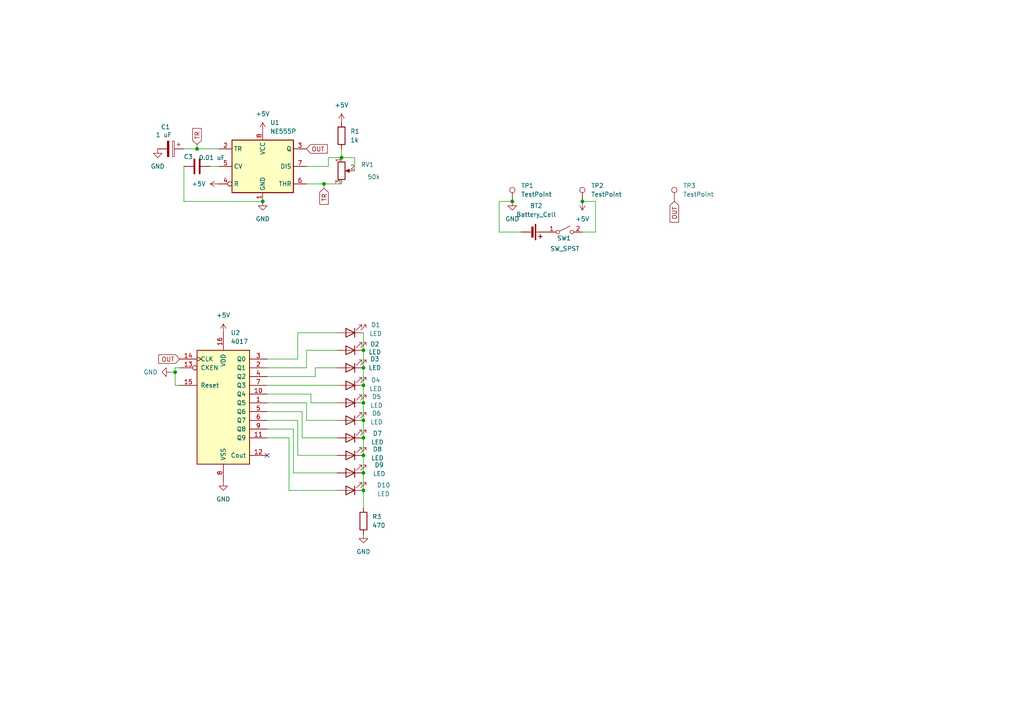
<source format=kicad_sch>
(kicad_sch (version 20250114) (generator "eeschema") (generator_version "9.0")
  (paper "A4")
  (lib_symbols
    (symbol "4xxx:4017" (pin_names (offset 1.016))
      (property "Reference" "U" (at -7.62 16.51 0))
      (property "Value" "4017" (at -7.62 -19.05 0))
      (symbol "4017_1_0"
        (pin input clock (at -12.7 12.7 0) (length 5.08) (name "CLK") (number "14"))
        (pin input inverted (at -12.7 10.16 0) (length 5.08) (name "CKEN") (number "13"))
        (pin input line (at -12.7 5.08 0) (length 5.08) (name "Reset") (number "15"))
        (pin power_in line (at 0 20.32 270) (length 5.08) (name "VDD") (number "16"))
        (pin power_in line (at 0 -22.86 90) (length 5.08) (name "VSS") (number "8"))
        (pin output line (at 12.7 12.7 180) (length 5.08) (name "Q0") (number "3"))
        (pin output line (at 12.7 10.16 180) (length 5.08) (name "Q1") (number "2"))
        (pin output line (at 12.7 7.62 180) (length 5.08) (name "Q2") (number "4"))
        (pin output line (at 12.7 5.08 180) (length 5.08) (name "Q3") (number "7"))
        (pin output line (at 12.7 2.54 180) (length 5.08) (name "Q4") (number "10"))
        (pin output line (at 12.7 0 180) (length 5.08) (name "Q5") (number "1"))
        (pin output line (at 12.7 -2.54 180) (length 5.08) (name "Q6") (number "5"))
        (pin output line (at 12.7 -5.08 180) (length 5.08) (name "Q7") (number "6"))
        (pin output line (at 12.7 -7.62 180) (length 5.08) (name "Q8") (number "9"))
        (pin output line (at 12.7 -10.16 180) (length 5.08) (name "Q9") (number "11"))
        (pin output line (at 12.7 -15.24 180) (length 5.08) (name "Cout") (number "12"))
      )
      (symbol "4017_1_1"
        (rectangle (start -7.62 15.24) (end 7.62 -17.78) (stroke (width 0.254)) (fill (type background)))
      )
    )
    (symbol "Connector:TestPoint" (pin_numbers (hide yes)) (pin_names (offset 0.762) (hide yes))
      (property "Reference" "TP" (at 0 6.858 0))
      (property "Value" "TestPoint" (at 0 5.08 0))
      (symbol "TestPoint_0_1"
        (circle (center 0 3.302) (radius 0.762))
      )
      (symbol "TestPoint_1_1"
        (pin passive line (at 0 0 90) (length 2.54) (name "1") (number "1"))
      )
    )
    (symbol "Device:Battery_Cell" (pin_numbers (hide yes)) (pin_names (offset 0) (hide yes))
      (property "Reference" "BT" (at 2.54 2.54 0))
      (property "Value" "Battery_Cell" (at 2.54 0 0))
      (symbol "Battery_Cell_0_1"
        (rectangle (start -2.286 1.778) (end 2.286 1.524) (fill (type outline)))
        (rectangle (start -1.524 1.016) (end 1.524 0.508) (fill (type outline)))
        (polyline (pts (xy 0 1.778) (xy 0 2.54)))
        (polyline (pts (xy 0 0.762) (xy 0 0)))
        (polyline (pts (xy 0.762 3.048) (xy 1.778 3.048)) (stroke (width 0.254)))
        (polyline (pts (xy 1.27 3.556) (xy 1.27 2.54)) (stroke (width 0.254)))
      )
      (symbol "Battery_Cell_1_1"
        (pin passive line (at 0 5.08 270) (length 2.54) (name "+") (number "1"))
        (pin passive line (at 0 -2.54 90) (length 2.54) (name "-") (number "2"))
      )
    )
    (symbol "Device:C" (pin_numbers (hide yes)) (pin_names (offset 0.254))
      (property "Reference" "C" (at 0.635 2.54 0))
      (property "Value" "C" (at 0.635 -2.54 0))
      (symbol "C_0_1"
        (polyline (pts (xy -2.032 0.762) (xy 2.032 0.762)) (stroke (width 0.508)))
        (polyline (pts (xy -2.032 -0.762) (xy 2.032 -0.762)) (stroke (width 0.508)))
      )
      (symbol "C_1_1"
        (pin passive line (at 0 3.81 270) (length 2.794) (name "~") (number "1"))
        (pin passive line (at 0 -3.81 90) (length 2.794) (name "~") (number "2"))
      )
    )
    (symbol "Device:C_Polarized" (pin_numbers (hide yes)) (pin_names (offset 0.254))
      (property "Reference" "C" (at 0.635 2.54 0))
      (property "Value" "C_Polarized" (at 0.635 -2.54 0))
      (symbol "C_Polarized_0_1"
        (rectangle (start -2.286 0.508) (end 2.286 1.016))
        (polyline (pts (xy -1.778 2.286) (xy -0.762 2.286)))
        (polyline (pts (xy -1.27 2.794) (xy -1.27 1.778)))
        (rectangle (start 2.286 -0.508) (end -2.286 -1.016) (fill (type outline)))
      )
      (symbol "C_Polarized_1_1"
        (pin passive line (at 0 3.81 270) (length 2.794) (name "~") (number "1"))
        (pin passive line (at 0 -3.81 90) (length 2.794) (name "~") (number "2"))
      )
    )
    (symbol "Device:LED" (pin_numbers (hide yes)) (pin_names (offset 1.016) (hide yes))
      (property "Reference" "D" (at 0 2.54 0))
      (property "Value" "LED" (at 0 -2.54 0))
      (symbol "LED_0_1"
        (polyline (pts (xy -3.048 -0.762) (xy -4.572 -2.286) (xy -3.81 -2.286) (xy -4.572 -2.286) (xy -4.572 -1.524)))
        (polyline (pts (xy -1.778 -0.762) (xy -3.302 -2.286) (xy -2.54 -2.286) (xy -3.302 -2.286) (xy -3.302 -1.524)))
        (polyline (pts (xy -1.27 0) (xy 1.27 0)))
        (polyline (pts (xy -1.27 -1.27) (xy -1.27 1.27)) (stroke (width 0.254)))
        (polyline (pts (xy 1.27 -1.27) (xy 1.27 1.27) (xy -1.27 0) (xy 1.27 -1.27)) (stroke (width 0.254)))
      )
      (symbol "LED_1_1"
        (pin passive line (at -3.81 0 0) (length 2.54) (name "K") (number "1"))
        (pin passive line (at 3.81 0 180) (length 2.54) (name "A") (number "2"))
      )
    )
    (symbol "Device:R" (pin_numbers (hide yes)) (pin_names (offset 0))
      (property "Reference" "R" (at 2.032 0 90))
      (property "Value" "R" (at 0 0 90))
      (symbol "R_0_1"
        (rectangle (start -1.016 -2.54) (end 1.016 2.54) (stroke (width 0.254)))
      )
      (symbol "R_1_1"
        (pin passive line (at 0 3.81 270) (length 1.27) (name "~") (number "1"))
        (pin passive line (at 0 -3.81 90) (length 1.27) (name "~") (number "2"))
      )
    )
    (symbol "Device:R_Potentiometer" (pin_names (offset 1.016) (hide yes))
      (property "Reference" "RV" (at -4.445 0 90))
      (property "Value" "R_Potentiometer" (at -2.54 0 90))
      (symbol "R_Potentiometer_0_1"
        (rectangle (start 1.016 2.54) (end -1.016 -2.54) (stroke (width 0.254)))
        (polyline (pts (xy 1.143 0) (xy 2.286 0.508) (xy 2.286 -0.508) (xy 1.143 0)) (fill (type outline)))
        (polyline (pts (xy 2.54 0) (xy 1.524 0)))
      )
      (symbol "R_Potentiometer_1_1"
        (pin passive line (at 0 3.81 270) (length 1.27) (name "1") (number "1"))
        (pin passive line (at 0 -3.81 90) (length 1.27) (name "3") (number "3"))
        (pin passive line (at 3.81 0 180) (length 1.27) (name "2") (number "2"))
      )
    )
    (symbol "Switch:SW_SPST" (pin_names (offset 0) (hide yes))
      (property "Reference" "SW" (at 0 3.175 0))
      (property "Value" "SW_SPST" (at 0 -2.54 0))
      (symbol "SW_SPST_0_0"
        (circle (center -2.032 0) (radius 0.508))
        (polyline (pts (xy -1.524 0.254) (xy 1.524 1.778)))
        (circle (center 2.032 0) (radius 0.508))
      )
      (symbol "SW_SPST_1_1"
        (pin passive line (at -5.08 0 0) (length 2.54) (name "A") (number "1"))
        (pin passive line (at 5.08 0 180) (length 2.54) (name "B") (number "2"))
      )
    )
    (symbol "Timer:NE555P"
      (property "Reference" "U" (at -10.16 8.89 0))
      (property "Value" "NE555P" (at 2.54 8.89 0))
      (symbol "NE555P_0_0"
        (pin power_in line (at 0 10.16 270) (length 2.54) (name "VCC") (number "8"))
        (pin power_in line (at 0 -10.16 90) (length 2.54) (name "GND") (number "1"))
      )
      (symbol "NE555P_0_1"
        (rectangle (start -8.89 -7.62) (end 8.89 7.62) (stroke (width 0.254)) (fill (type background)))
        (rectangle (start -8.89 -7.62) (end 8.89 7.62) (stroke (width 0.254)) (fill (type background)))
      )
      (symbol "NE555P_1_1"
        (pin input line (at -12.7 5.08 0) (length 3.81) (name "TR") (number "2"))
        (pin input line (at -12.7 0 0) (length 3.81) (name "CV") (number "5"))
        (pin input inverted (at -12.7 -5.08 0) (length 3.81) (name "R") (number "4"))
        (pin output line (at 12.7 5.08 180) (length 3.81) (name "Q") (number "3"))
        (pin input line (at 12.7 0 180) (length 3.81) (name "DIS") (number "7"))
        (pin input line (at 12.7 -5.08 180) (length 3.81) (name "THR") (number "6"))
      )
    )
    (symbol "power:+5V" (power) (pin_numbers (hide yes)) (pin_names (offset 0) (hide yes))
      (property "Value" "+5V" (at 0 3.556 0))
      (symbol "+5V_0_1"
        (polyline (pts (xy -0.762 1.27) (xy 0 2.54)))
        (polyline (pts (xy 0 2.54) (xy 0.762 1.27)))
        (polyline (pts (xy 0 0) (xy 0 2.54)))
      )
      (symbol "+5V_1_1"
        (pin power_in line (at 0 0 90) (length 0) (name "~") (number "1"))
      )
    )
    (symbol "power:GND" (power) (pin_numbers (hide yes)) (pin_names (offset 0) (hide yes))
      (property "Value" "GND" (at 0 -3.81 0))
      (symbol "GND_0_1"
        (polyline (pts (xy 0 0) (xy 0 -1.27) (xy 1.27 -1.27) (xy 0 -2.54) (xy -1.27 -1.27) (xy 0 -1.27)))
      )
      (symbol "GND_1_1"
        (pin power_in line (at 0 0 270) (length 0) (name "~") (number "1"))
      )
    )
  )
  (junction (at 105.41 121.92))
  (junction (at 99.06 45.72))
  (junction (at 76.2 58.42))
  (junction (at 168.91 58.42))
  (junction (at 93.98 53.34))
  (junction (at 105.41 127))
  (junction (at 105.41 101.6))
  (junction (at 148.59 58.42))
  (junction (at 105.41 142.24))
  (junction (at 105.41 116.84))
  (junction (at 105.41 132.08))
  (junction (at 105.41 111.76))
  (junction (at 105.41 137.16))
  (junction (at 50.8 107.95))
  (junction (at 105.41 106.68))
  (junction (at 57.15 43.18))
  (no_connect (at 77.47 132.08))
  (wire (pts (xy 172.72 67.31) (xy 172.72 58.42)))
  (wire (pts (xy 52.07 111.76) (xy 50.8 111.76)))
  (wire (pts (xy 168.91 67.31) (xy 172.72 67.31)))
  (wire (pts (xy 53.34 43.18) (xy 57.15 43.18)))
  (wire (pts (xy 144.78 67.31) (xy 144.78 58.42)))
  (wire (pts (xy 86.36 104.14) (xy 86.36 96.52)))
  (wire (pts (xy 105.41 116.84) (xy 105.41 121.92)))
  (wire (pts (xy 95.25 48.26) (xy 95.25 45.72)))
  (wire (pts (xy 77.47 111.76) (xy 97.79 111.76)))
  (wire (pts (xy 105.41 101.6) (xy 105.41 106.68)))
  (wire (pts (xy 99.06 43.18) (xy 99.06 45.72)))
  (wire (pts (xy 50.8 107.95) (xy 50.8 106.68)))
  (wire (pts (xy 83.82 127) (xy 83.82 142.24)))
  (wire (pts (xy 105.41 132.08) (xy 105.41 137.16)))
  (wire (pts (xy 77.47 119.38) (xy 87.63 119.38)))
  (wire (pts (xy 88.9 101.6) (xy 97.79 101.6)))
  (wire (pts (xy 91.44 106.68) (xy 97.79 106.68)))
  (wire (pts (xy 77.47 127) (xy 83.82 127)))
  (wire (pts (xy 90.17 116.84) (xy 97.79 116.84)))
  (wire (pts (xy 77.47 106.68) (xy 88.9 106.68)))
  (wire (pts (xy 49.53 107.95) (xy 50.8 107.95)))
  (wire (pts (xy 172.72 58.42) (xy 168.91 58.42)))
  (wire (pts (xy 93.98 53.34) (xy 99.06 53.34)))
  (wire (pts (xy 77.47 109.22) (xy 91.44 109.22)))
  (wire (pts (xy 88.9 53.34) (xy 93.98 53.34)))
  (wire (pts (xy 105.41 127) (xy 105.41 132.08)))
  (wire (pts (xy 90.17 114.3) (xy 90.17 116.84)))
  (wire (pts (xy 144.78 58.42) (xy 148.59 58.42)))
  (wire (pts (xy 77.47 116.84) (xy 88.9 116.84)))
  (wire (pts (xy 105.41 121.92) (xy 105.41 127)))
  (wire (pts (xy 88.9 106.68) (xy 88.9 101.6)))
  (wire (pts (xy 53.34 58.42) (xy 76.2 58.42)))
  (wire (pts (xy 77.47 121.92) (xy 86.36 121.92)))
  (wire (pts (xy 93.98 54.61) (xy 93.98 53.34)))
  (wire (pts (xy 105.41 111.76) (xy 105.41 116.84)))
  (wire (pts (xy 85.09 137.16) (xy 97.79 137.16)))
  (wire (pts (xy 57.15 41.91) (xy 57.15 43.18)))
  (wire (pts (xy 91.44 109.22) (xy 91.44 106.68)))
  (wire (pts (xy 88.9 48.26) (xy 95.25 48.26)))
  (wire (pts (xy 102.87 45.72) (xy 99.06 45.72)))
  (wire (pts (xy 86.36 132.08) (xy 97.79 132.08)))
  (wire (pts (xy 87.63 127) (xy 97.79 127)))
  (wire (pts (xy 77.47 104.14) (xy 86.36 104.14)))
  (wire (pts (xy 77.47 124.46) (xy 85.09 124.46)))
  (wire (pts (xy 86.36 96.52) (xy 97.79 96.52)))
  (wire (pts (xy 86.36 121.92) (xy 86.36 132.08)))
  (wire (pts (xy 102.87 49.53) (xy 102.87 45.72)))
  (wire (pts (xy 50.8 111.76) (xy 50.8 107.95)))
  (wire (pts (xy 105.41 137.16) (xy 105.41 142.24)))
  (wire (pts (xy 83.82 142.24) (xy 97.79 142.24)))
  (wire (pts (xy 88.9 121.92) (xy 97.79 121.92)))
  (wire (pts (xy 105.41 106.68) (xy 105.41 111.76)))
  (wire (pts (xy 87.63 119.38) (xy 87.63 127)))
  (wire (pts (xy 88.9 116.84) (xy 88.9 121.92)))
  (wire (pts (xy 105.41 142.24) (xy 105.41 147.32)))
  (wire (pts (xy 60.96 48.26) (xy 63.5 48.26)))
  (wire (pts (xy 50.8 106.68) (xy 52.07 106.68)))
  (wire (pts (xy 53.34 48.26) (xy 53.34 58.42)))
  (wire (pts (xy 85.09 124.46) (xy 85.09 137.16)))
  (wire (pts (xy 151.13 67.31) (xy 144.78 67.31)))
  (wire (pts (xy 57.15 43.18) (xy 63.5 43.18)))
  (wire (pts (xy 105.41 96.52) (xy 105.41 101.6)))
  (wire (pts (xy 95.25 45.72) (xy 99.06 45.72)))
  (wire (pts (xy 77.47 114.3) (xy 90.17 114.3)))
  (global_label "OUT" (shape input) (at 195.58 58.42 270) (property "Intersheetrefs" "${INTERSHEET_REFS}" (effects (hide yes))))
  (global_label "TR" (shape input) (at 57.15 41.91 90) (property "Intersheetrefs" "${INTERSHEET_REFS}" (effects (hide yes))))
  (global_label "OUT" (shape input) (at 52.07 104.14 180) (property "Intersheetrefs" "${INTERSHEET_REFS}" (effects (hide yes))))
  (global_label "OUT" (shape input) (at 88.9 43.18 0) (property "Intersheetrefs" "${INTERSHEET_REFS}" (effects (hide yes))))
  (global_label "TR" (shape input) (at 93.98 54.61 270) (property "Intersheetrefs" "${INTERSHEET_REFS}" (effects (hide yes))))
  (symbol (lib_id "Device:C") (at 57.15 48.26 90) (unit 1)
    (property "Reference" "C3" (at 54.61 45.466 90))
    (property "Value" "0.01 uF" (at 61.468 45.72 90))
    (property "Footprint" "Capacitor_THT:CP_Radial_D5.0mm_P2.00mm" (effects (hide yes)))
    (property "Description" "Unpolarized capacitor" (effects (hide yes)))
  )
  (symbol (lib_id "Device:LED") (at 101.6 127 180) (unit 1)
    (property "Reference" "D7" (at 109.474 125.73 0))
    (property "Value" "LED" (at 109.474 128.27 0))
    (property "Footprint" "LED_THT:LED_D3.0mm" (effects (hide yes)))
    (property "Description" "Light emitting diode" (effects (hide yes)))
    (property "Sim.Pins" "1=K 2=A" (effects (hide yes)))
  )
  (symbol (lib_id "Device:R") (at 105.41 151.13 0) (unit 1)
    (property "Reference" "R3" (at 107.95 149.8599 0) (effects (justify left)))
    (property "Value" "470" (at 107.95 152.3999 0) (effects (justify left)))
    (property "Footprint" "Resistor_THT:R_Axial_DIN0207_L6.3mm_D2.5mm_P7.62mm_Horizontal" (effects (hide yes)))
    (property "Description" "Resistor" (effects (hide yes)))
  )
  (symbol (lib_id "Timer:NE555P") (at 76.2 48.26 0) (unit 1)
    (property "Reference" "U1" (at 78.3433 35.56 0) (effects (justify left)))
    (property "Value" "NE555P" (at 78.3433 38.1 0) (effects (justify left)))
    (property "Footprint" "Package_DIP:DIP-8_W7.62mm" (effects (hide yes)))
    (property "Datasheet" "http://www.ti.com/lit/ds/symlink/ne555.pdf" (effects (hide yes)))
    (property "Description" "Precision Timers, 555 compatible,  PDIP-8" (effects (hide yes)))
  )
  (symbol (lib_id "power:+5V") (at 76.2 38.1 0) (unit 1)
    (property "Reference" "#PWR07" (effects (hide yes)))
    (property "Value" "+5V" (at 76.2 33.02 0))
    (property "Description" "Power symbol creates a global label with name \"+5V\"" (effects (hide yes)))
  )
  (symbol (lib_id "Device:LED") (at 101.6 121.92 180) (unit 1)
    (property "Reference" "D6" (at 109.22 119.888 0))
    (property "Value" "LED" (at 109.22 122.428 0))
    (property "Footprint" "LED_THT:LED_D3.0mm" (effects (hide yes)))
    (property "Description" "Light emitting diode" (effects (hide yes)))
    (property "Sim.Pins" "1=K 2=A" (effects (hide yes)))
  )
  (symbol (lib_id "Device:LED") (at 101.6 106.68 180) (unit 1)
    (property "Reference" "D3" (at 108.712 104.14 0))
    (property "Value" "LED" (at 108.712 106.68 0))
    (property "Footprint" "LED_THT:LED_D3.0mm" (effects (hide yes)))
    (property "Description" "Light emitting diode" (effects (hide yes)))
    (property "Sim.Pins" "1=K 2=A" (effects (hide yes)))
  )
  (symbol (lib_id "Device:LED") (at 101.6 116.84 180) (unit 1)
    (property "Reference" "D5" (at 109.22 115.062 0))
    (property "Value" "LED" (at 109.22 117.602 0))
    (property "Footprint" "LED_THT:LED_D3.0mm" (effects (hide yes)))
    (property "Description" "Light emitting diode" (effects (hide yes)))
    (property "Sim.Pins" "1=K 2=A" (effects (hide yes)))
  )
  (symbol (lib_id "4xxx:4017") (at 64.77 116.84 0) (unit 1)
    (property "Reference" "U2" (at 66.9133 96.52 0) (effects (justify left)))
    (property "Value" "4017" (at 66.9133 99.06 0) (effects (justify left)))
    (property "Footprint" "footprints:N16" (effects (hide yes)))
    (property "Datasheet" "http://www.intersil.com/content/dam/Intersil/documents/cd40/cd4017bms-22bms.pdf" (effects (hide yes)))
    (property "Description" "Johnson Counter ( 10 outputs )" (effects (hide yes)))
  )
  (symbol (lib_id "Device:LED") (at 101.6 111.76 180) (unit 1)
    (property "Reference" "D4" (at 108.966 110.236 0))
    (property "Value" "LED" (at 108.966 112.776 0))
    (property "Footprint" "LED_THT:LED_D3.0mm" (effects (hide yes)))
    (property "Description" "Light emitting diode" (effects (hide yes)))
    (property "Sim.Pins" "1=K 2=A" (effects (hide yes)))
  )
  (symbol (lib_id "power:+5V") (at 63.5 53.34 90) (unit 1)
    (property "Reference" "#PWR04" (effects (hide yes)))
    (property "Value" "+5V" (at 59.69 53.3399 90) (effects (justify left)))
    (property "Description" "Power symbol creates a global label with name \"+5V\"" (effects (hide yes)))
  )
  (symbol (lib_id "power:+5V") (at 99.06 35.56 0) (unit 1)
    (property "Reference" "#PWR06" (effects (hide yes)))
    (property "Value" "+5V" (at 99.06 30.48 0))
    (property "Description" "Power symbol creates a global label with name \"+5V\"" (effects (hide yes)))
  )
  (symbol (lib_id "power:GND") (at 105.41 154.94 0) (unit 1)
    (property "Reference" "#PWR011" (effects (hide yes)))
    (property "Value" "GND" (at 105.41 160.02 0))
    (property "Description" "Power symbol creates a global label with name \"GND\" , ground" (effects (hide yes)))
  )
  (symbol (lib_id "Device:C_Polarized") (at 49.53 43.18 270) (unit 1)
    (property "Reference" "C1" (at 48.006 36.83 90))
    (property "Value" "1 uF" (at 47.498 39.116 90))
    (property "Footprint" "Capacitor_THT:CP_Radial_D5.0mm_P2.00mm" (effects (hide yes)))
    (property "Description" "Polarized capacitor" (effects (hide yes)))
  )
  (symbol (lib_id "Device:Battery_Cell") (at 153.67 67.31 270) (unit 1)
    (property "Reference" "BT2" (at 155.5115 59.69 90))
    (property "Value" "Battery_Cell" (at 155.5115 62.23 90))
    (property "Footprint" "Battery:BatteryHolder_Keystone_3000_1x12mm" (effects (hide yes)))
    (property "Description" "Single-cell battery" (effects (hide yes)))
  )
  (symbol (lib_id "Device:R_Potentiometer") (at 99.06 49.53 0) (unit 1)
    (property "Reference" "RV1" (at 108.458 47.752 0) (effects (justify right)))
    (property "Value" "50k" (at 110.236 51.308 0) (effects (justify right)))
    (property "Footprint" "Resistor_THT:R_Axial_DIN0207_L6.3mm_D2.5mm_P7.62mm_Horizontal" (effects (hide yes)))
    (property "Description" "Potentiometer" (effects (hide yes)))
  )
  (symbol (lib_id "power:GND") (at 45.72 43.18 0) (unit 1)
    (property "Reference" "#PWR05" (effects (hide yes)))
    (property "Value" "GND" (at 45.72 48.26 0))
    (property "Description" "Power symbol creates a global label with name \"GND\" , ground" (effects (hide yes)))
  )
  (symbol (lib_id "power:+5V") (at 64.77 96.52 0) (unit 1)
    (property "Reference" "#PWR08" (effects (hide yes)))
    (property "Value" "+5V" (at 64.77 91.44 0))
    (property "Description" "Power symbol creates a global label with name \"+5V\"" (effects (hide yes)))
  )
  (symbol (lib_id "Connector:TestPoint") (at 148.59 58.42 0) (unit 1)
    (property "Reference" "TP1" (at 151.13 53.8479 0) (effects (justify left)))
    (property "Value" "TestPoint" (at 151.13 56.3879 0) (effects (justify left)))
    (property "Footprint" "Connector_PinSocket_2.54mm:PinSocket_1x01_P2.54mm_Vertical" (effects (hide yes)))
    (property "Description" "test point" (effects (hide yes)))
  )
  (symbol (lib_id "power:GND") (at 76.2 58.42 0) (unit 1)
    (property "Reference" "#PWR01" (effects (hide yes)))
    (property "Value" "GND" (at 76.2 63.5 0))
    (property "Description" "Power symbol creates a global label with name \"GND\" , ground" (effects (hide yes)))
  )
  (symbol (lib_id "power:GND") (at 64.77 139.7 0) (unit 1)
    (property "Reference" "#PWR09" (effects (hide yes)))
    (property "Value" "GND" (at 64.77 144.78 0))
    (property "Description" "Power symbol creates a global label with name \"GND\" , ground" (effects (hide yes)))
  )
  (symbol (lib_id "Connector:TestPoint") (at 195.58 58.42 0) (unit 1)
    (property "Reference" "TP3" (at 198.12 53.8479 0) (effects (justify left)))
    (property "Value" "TestPoint" (at 198.12 56.3879 0) (effects (justify left)))
    (property "Footprint" "Connector_PinSocket_2.54mm:PinSocket_1x01_P2.54mm_Vertical" (effects (hide yes)))
    (property "Description" "test point" (effects (hide yes)))
  )
  (symbol (lib_id "Device:LED") (at 101.6 132.08 180) (unit 1)
    (property "Reference" "D8" (at 109.474 130.302 0))
    (property "Value" "LED" (at 109.474 132.842 0))
    (property "Footprint" "LED_THT:LED_D3.0mm" (effects (hide yes)))
    (property "Description" "Light emitting diode" (effects (hide yes)))
    (property "Sim.Pins" "1=K 2=A" (effects (hide yes)))
  )
  (symbol (lib_id "Switch:SW_SPST") (at 163.83 67.31 0) (unit 1)
    (property "Reference" "SW1" (at 163.576 69.088 0))
    (property "Value" "SW_SPST" (at 163.83 72.136 0))
    (property "Footprint" "Button_Switch_THT:SW_DIP_SPSTx01_Slide_9.78x4.72mm_W7.62mm_P2.54mm" (effects (hide yes)))
    (property "Description" "Single Pole Single Throw (SPST) switch" (effects (hide yes)))
  )
  (symbol (lib_id "power:GND") (at 148.59 58.42 0) (unit 1)
    (property "Reference" "#PWR03" (effects (hide yes)))
    (property "Value" "GND" (at 148.59 63.5 0))
    (property "Description" "Power symbol creates a global label with name \"GND\" , ground" (effects (hide yes)))
  )
  (symbol (lib_id "Device:LED") (at 101.6 137.16 180) (unit 1)
    (property "Reference" "D9" (at 109.982 134.874 0))
    (property "Value" "LED" (at 109.982 137.414 0))
    (property "Footprint" "LED_THT:LED_D3.0mm" (effects (hide yes)))
    (property "Description" "Light emitting diode" (effects (hide yes)))
    (property "Sim.Pins" "1=K 2=A" (effects (hide yes)))
  )
  (symbol (lib_id "power:+5V") (at 168.91 58.42 180) (unit 1)
    (property "Reference" "#PWR02" (effects (hide yes)))
    (property "Value" "+5V" (at 168.91 63.5 0))
    (property "Description" "Power symbol creates a global label with name \"+5V\"" (effects (hide yes)))
  )
  (symbol (lib_id "Connector:TestPoint") (at 168.91 58.42 0) (unit 1)
    (property "Reference" "TP2" (at 171.45 53.8479 0) (effects (justify left)))
    (property "Value" "TestPoint" (at 171.45 56.3879 0) (effects (justify left)))
    (property "Footprint" "Connector_PinSocket_2.54mm:PinSocket_1x01_P2.54mm_Vertical" (effects (hide yes)))
    (property "Description" "test point" (effects (hide yes)))
  )
  (symbol (lib_id "Device:LED") (at 101.6 142.24 180) (unit 1)
    (property "Reference" "D10" (at 111.252 140.716 0))
    (property "Value" "LED" (at 111.252 143.256 0))
    (property "Footprint" "LED_THT:LED_D3.0mm" (effects (hide yes)))
    (property "Description" "Light emitting diode" (effects (hide yes)))
    (property "Sim.Pins" "1=K 2=A" (effects (hide yes)))
  )
  (symbol (lib_id "Device:LED") (at 101.6 101.6 180) (unit 1)
    (property "Reference" "D2" (at 108.712 99.822 0))
    (property "Value" "LED" (at 108.712 102.108 0))
    (property "Footprint" "LED_THT:LED_D3.0mm" (effects (hide yes)))
    (property "Description" "Light emitting diode" (effects (hide yes)))
    (property "Sim.Pins" "1=K 2=A" (effects (hide yes)))
  )
  (symbol (lib_id "power:GND") (at 49.53 107.95 270) (unit 1)
    (property "Reference" "#PWR010" (effects (hide yes)))
    (property "Value" "GND" (at 45.72 107.9499 90) (effects (justify right)))
    (property "Description" "Power symbol creates a global label with name \"GND\" , ground" (effects (hide yes)))
  )
  (symbol (lib_id "Device:LED") (at 101.6 96.52 180) (unit 1)
    (property "Reference" "D1" (at 108.966 94.234 0))
    (property "Value" "LED" (at 108.966 96.774 0))
    (property "Footprint" "LED_THT:LED_D3.0mm" (effects (hide yes)))
    (property "Description" "Light emitting diode" (effects (hide yes)))
    (property "Sim.Pins" "1=K 2=A" (effects (hide yes)))
  )
  (symbol (lib_id "Device:R") (at 99.06 39.37 0) (unit 1)
    (property "Reference" "R1" (at 101.6 38.0999 0) (effects (justify left)))
    (property "Value" "1k" (at 101.6 40.6399 0) (effects (justify left)))
    (property "Footprint" "Resistor_THT:R_Axial_DIN0207_L6.3mm_D2.5mm_P7.62mm_Horizontal" (effects (hide yes)))
    (property "Description" "Resistor" (effects (hide yes)))
  )
)
</source>
